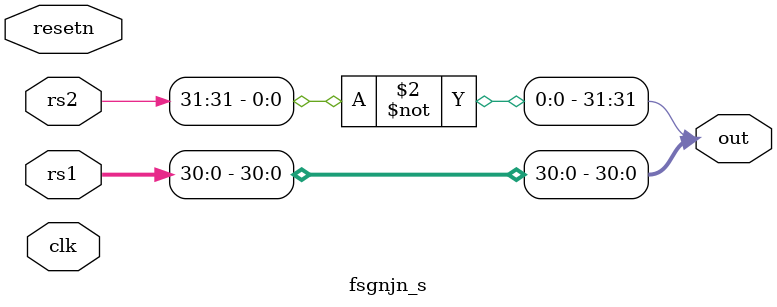
<source format=v>
module fsgnjn_s(
    input clk,
    input resetn,
    input [31:0] rs1,
    input [31:0] rs2,
    output reg [31:0] out
);

always@(*)
    out = {~rs2[31], rs1[30:0]};

// Dump waves
initial begin
    $dumpfile("dump.vcd");
    $dumpvars(1, fsgnjn_s);
end
endmodule

</source>
